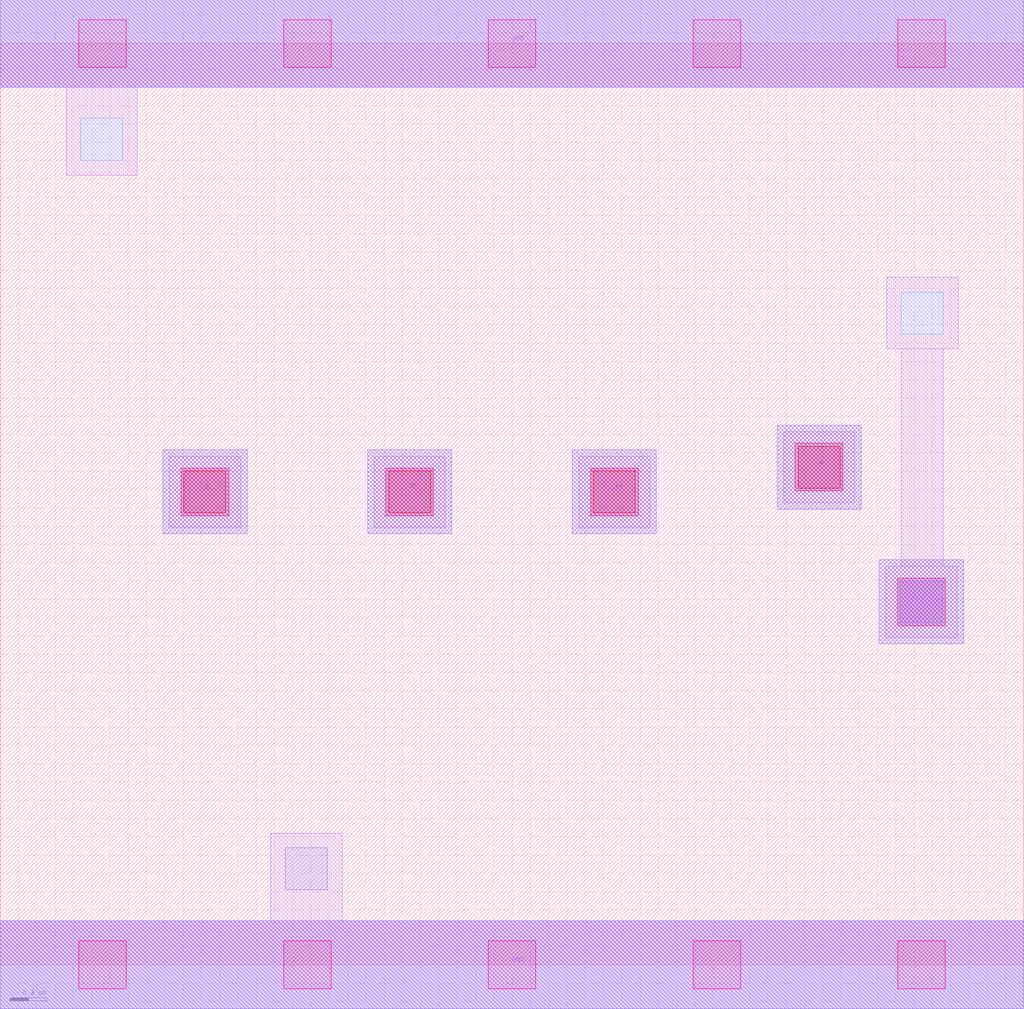
<source format=lef>
MACRO AOI31
 CLASS CORE ;
 FOREIGN AOI31 0 0 ;
 SIZE 5.6000000000000005 BY 5.04 ;
 ORIGIN 0 0 ;
 SYMMETRY X Y R90 ;
 SITE unit ;
  PIN VDD
   DIRECTION INOUT ;
   USE POWER ;
   SHAPE ABUTMENT ;
    PORT
     CLASS CORE ;
       LAYER met1 ;
        RECT 0.00000000 4.80000000 5.60000000 5.28000000 ;
       LAYER met2 ;
        RECT 0.00000000 4.80000000 5.60000000 5.28000000 ;
    END
  END VDD

  PIN GND
   DIRECTION INOUT ;
   USE POWER ;
   SHAPE ABUTMENT ;
    PORT
     CLASS CORE ;
       LAYER met1 ;
        RECT 0.00000000 -0.24000000 5.60000000 0.24000000 ;
       LAYER met2 ;
        RECT 0.00000000 -0.24000000 5.60000000 0.24000000 ;
    END
  END GND

  PIN Y
   DIRECTION INOUT ;
   USE SIGNAL ;
   SHAPE ABUTMENT ;
    PORT
     CLASS CORE ;
       LAYER met2 ;
        RECT 4.81000000 1.75500000 5.27000000 2.21500000 ;
    END
  END Y

  PIN A
   DIRECTION INOUT ;
   USE SIGNAL ;
   SHAPE ABUTMENT ;
    PORT
     CLASS CORE ;
       LAYER met2 ;
        RECT 4.25000000 2.49200000 4.71000000 2.95200000 ;
    END
  END A

  PIN A2
   DIRECTION INOUT ;
   USE SIGNAL ;
   SHAPE ABUTMENT ;
    PORT
     CLASS CORE ;
       LAYER met2 ;
        RECT 2.01000000 2.35700000 2.47000000 2.81700000 ;
    END
  END A2

  PIN A1
   DIRECTION INOUT ;
   USE SIGNAL ;
   SHAPE ABUTMENT ;
    PORT
     CLASS CORE ;
       LAYER met2 ;
        RECT 3.13000000 2.35700000 3.59000000 2.81700000 ;
    END
  END A1

  PIN B
   DIRECTION INOUT ;
   USE SIGNAL ;
   SHAPE ABUTMENT ;
    PORT
     CLASS CORE ;
       LAYER met2 ;
        RECT 0.89000000 2.35700000 1.35000000 2.81700000 ;
    END
  END B

 OBS
    LAYER polycont ;
     RECT 1.00500000 2.47200000 1.23500000 2.70200000 ;
     RECT 2.12500000 2.47200000 2.35500000 2.70200000 ;
     RECT 3.24500000 2.47200000 3.47500000 2.70200000 ;
     RECT 4.36500000 2.60700000 4.59500000 2.83700000 ;

    LAYER pdiffc ;
     RECT 4.93000000 3.45000000 5.16000000 3.68000000 ;
     RECT 0.44000000 4.40000000 0.67000000 4.63000000 ;

    LAYER ndiffc ;
     RECT 1.56000000 0.41000000 1.79000000 0.64000000 ;
     RECT 4.92500000 1.87000000 5.15500000 2.10000000 ;

    LAYER met1 ;
     RECT 0.00000000 -0.24000000 5.60000000 0.24000000 ;
     RECT 1.48000000 0.24000000 1.87000000 0.72000000 ;
     RECT 0.92500000 2.39200000 1.31500000 2.78200000 ;
     RECT 2.04500000 2.39200000 2.43500000 2.78200000 ;
     RECT 3.16500000 2.39200000 3.55500000 2.78200000 ;
     RECT 4.28500000 2.52700000 4.67500000 2.91700000 ;
     RECT 4.84500000 1.79000000 5.23500000 2.18000000 ;
     RECT 4.93000000 2.18000000 5.16000000 3.37000000 ;
     RECT 4.85000000 3.37000000 5.24000000 3.76000000 ;
     RECT 0.36000000 4.32000000 0.75000000 4.80000000 ;
     RECT 0.00000000 4.80000000 5.60000000 5.28000000 ;

    LAYER via1 ;
     RECT 0.43000000 -0.13000000 0.69000000 0.13000000 ;
     RECT 1.55000000 -0.13000000 1.81000000 0.13000000 ;
     RECT 2.67000000 -0.13000000 2.93000000 0.13000000 ;
     RECT 3.79000000 -0.13000000 4.05000000 0.13000000 ;
     RECT 4.91000000 -0.13000000 5.17000000 0.13000000 ;
     RECT 4.91000000 1.85500000 5.17000000 2.11500000 ;
     RECT 0.99000000 2.45700000 1.25000000 2.71700000 ;
     RECT 2.11000000 2.45700000 2.37000000 2.71700000 ;
     RECT 3.23000000 2.45700000 3.49000000 2.71700000 ;
     RECT 4.35000000 2.59200000 4.61000000 2.85200000 ;
     RECT 0.43000000 4.91000000 0.69000000 5.17000000 ;
     RECT 1.55000000 4.91000000 1.81000000 5.17000000 ;
     RECT 2.67000000 4.91000000 2.93000000 5.17000000 ;
     RECT 3.79000000 4.91000000 4.05000000 5.17000000 ;
     RECT 4.91000000 4.91000000 5.17000000 5.17000000 ;

    LAYER met2 ;
     RECT 0.00000000 -0.24000000 5.60000000 0.24000000 ;
     RECT 4.81000000 1.75500000 5.27000000 2.21500000 ;
     RECT 0.89000000 2.35700000 1.35000000 2.81700000 ;
     RECT 2.01000000 2.35700000 2.47000000 2.81700000 ;
     RECT 3.13000000 2.35700000 3.59000000 2.81700000 ;
     RECT 4.25000000 2.49200000 4.71000000 2.95200000 ;
     RECT 0.00000000 4.80000000 5.60000000 5.28000000 ;

 END
END AOI31

</source>
